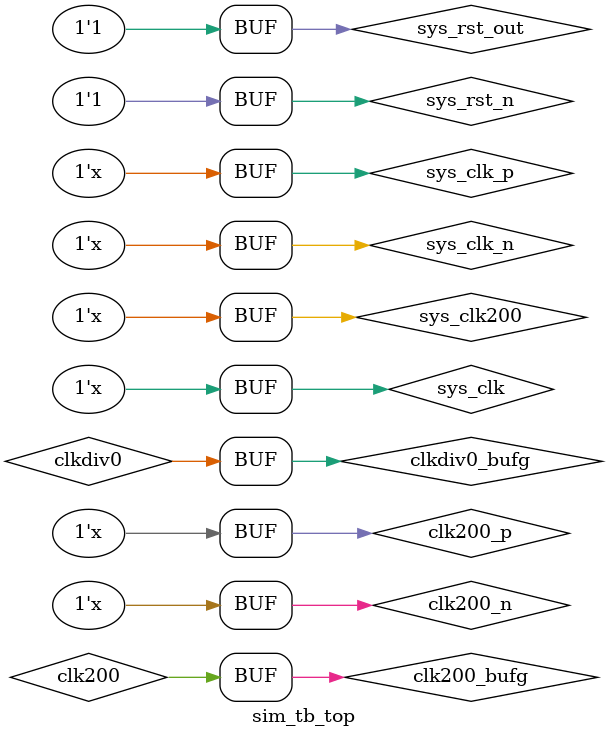
<source format=v>

`timescale 1ns / 1ps

module sim_tb_top;

  // memory controller parameters
   parameter BANK_WIDTH            = 2;      // # of memory bank addr bits
   parameter CKE_WIDTH             = 1;      // # of memory clock enable outputs
   parameter CLK_WIDTH             = 2;      // # of clock outputs
   parameter CLK_TYPE              = "SINGLE_ENDED";       // # of clock type
   parameter COL_WIDTH             = 10;     // # of memory column bits
   parameter CS_NUM                = 1;      // # of separate memory chip selects
   parameter CS_WIDTH              = 1;      // # of total memory chip selects
   parameter CS_BITS               = 0;      // set to log2(CS_NUM) (rounded up)
   parameter DM_WIDTH              = 8;      // # of data mask bits
   parameter DQ_WIDTH              = 64;      // # of data width
   parameter DQ_PER_DQS            = 8;      // # of DQ data bits per strobe
   parameter DQS_WIDTH             = 8;      // # of DQS strobes
   parameter DQ_BITS               = 6;      // set to log2(DQS_WIDTH*DQ_PER_DQS)
   parameter DQS_BITS              = 3;      // set to log2(DQS_WIDTH)
   parameter HIGH_PERFORMANCE_MODE = "TRUE"; // Sets the performance mode for IODELAY elements
   parameter ODT_WIDTH             = 1;      // # of memory on-die term enables
   parameter ROW_WIDTH             = 13;     // # of memory row & # of addr bits
   parameter APPDATA_WIDTH         = 128;     // # of usr read/write data bus bits
   parameter ADDITIVE_LAT          = 0;      // additive write latency
   parameter BURST_LEN             = 4;      // burst length (in double words)
   parameter BURST_TYPE            = 0;      // burst type (=0 seq; =1 interlved)
   parameter CAS_LAT               = 4;      // CAS latency
   parameter ECC_ENABLE            = 0;      // enable ECC (=1 enable)
   parameter MULTI_BANK_EN         = 1;      // enable bank management
   parameter TWO_T_TIME_EN         = 1;      // 2t timing for unbuffered dimms
   parameter ODT_TYPE              = 1;      // ODT (=0(none),=1(75),=2(150),=3(50))
   parameter REDUCE_DRV            = 0;      // reduced strength mem I/O (=1 yes)
   parameter REG_ENABLE            = 0;      // registered addr/ctrl (=1 yes)
   parameter TREFI_NS              = 7800;   // auto refresh interval (ns)
   parameter TRAS                  = 40000;  // active->precharge delay
   parameter TRCD                  = 15000;  // active->read/write delay
   parameter TRFC                  = 105000;  // ref->ref, ref->active delay
   parameter TRP                   = 15000;  // precharge->command delay
   parameter TRTP                  = 7500;   // read->precharge delay
   parameter TWR                   = 15000;  // used to determine wr->prech
   parameter TWTR                  = 7500;   // write->read delay
   parameter SIM_ONLY              = 1;      // = 0 to allow power up delay
   parameter DEBUG_EN              = 0;      // Enable debug signals/controls
   parameter RST_ACT_LOW           = 1;      // =1 for active low reset, =0 for active high
   parameter DLL_FREQ_MODE         = "HIGH"; // DCM Frequency range
   parameter CLK_PERIOD            = 3750;   // Core/Mem clk period (in ps)

   localparam DEVICE_WIDTH    = 16;      // Memory device data width
   localparam real CLK_PERIOD_NS   = CLK_PERIOD / 1000.0;
   localparam real TCYC_200           = 5.0;
   localparam real TPROP_DQS          = 0.01;  // Delay for DQS signal during Write Operation
   localparam real TPROP_DQS_RD       = 0.01;  // Delay for DQS signal during Read Operation
   localparam real TPROP_PCB_CTRL     = 0.01;  // Delay for Address and Ctrl signals
   localparam real TPROP_PCB_DATA     = 0.01;  // Delay for data signal during Write operation
   localparam real TPROP_PCB_DATA_RD  = 0.01;  // Delay for data signal during Read operation

   localparam CLK_PERIOD_INT = CLK_PERIOD/1000;

   // By default this Parameter (CLK_GENERATOR) value is '1'. If this Parameter
   // is set to "PLL", PLL is used to generate the design clocks.
   // If this Parameter is set to "DCM",
   // DCM is used to generate the design clocks.
   localparam CLK_GENERATOR = "PLL";

   reg                           sys_clk;
   wire                          sys_clk_n;
   wire                          sys_clk_p;
   reg                           sys_clk200;
   wire                          clk200_n;
   wire                          clk200_p;
   reg                           sys_rst_n;
   wire                          sys_rst_out;


   wire [DQ_WIDTH-1:0]          ddr2_dq_sdram;
   wire [DQS_WIDTH-1:0]         ddr2_dqs_sdram;
   wire [DQS_WIDTH-1:0]         ddr2_dqs_n_sdram;
   wire [DM_WIDTH-1:0]          ddr2_dm_sdram;
   reg [DM_WIDTH-1:0]           ddr2_dm_sdram_tmp;
   reg [CLK_WIDTH-1:0]          ddr2_clk_sdram;
   reg [CLK_WIDTH-1:0]          ddr2_clk_n_sdram;
   reg [ROW_WIDTH-1:0]          ddr2_address_sdram;
   reg [BANK_WIDTH-1:0]         ddr2_ba_sdram;
   reg                          ddr2_ras_n_sdram;
   reg                          ddr2_cas_n_sdram;
   reg                          ddr2_we_n_sdram;
   reg [CS_WIDTH-1:0]           ddr2_cs_n_sdram;
   reg [CKE_WIDTH-1:0]          ddr2_cke_sdram;
   reg [ODT_WIDTH-1:0]          ddr2_odt_sdram;


   wire [DQ_WIDTH-1:0]          ddr2_dq_fpga;
   wire [DQS_WIDTH-1:0]         ddr2_dqs_fpga;
   wire [DQS_WIDTH-1:0]         ddr2_dqs_n_fpga;
   wire [DM_WIDTH-1:0]          ddr2_dm_fpga;
   wire [CLK_WIDTH-1:0]         ddr2_clk_fpga;
   wire [CLK_WIDTH-1:0]         ddr2_clk_n_fpga;
   wire [ROW_WIDTH-1:0]         ddr2_address_fpga;
   wire [BANK_WIDTH-1:0]        ddr2_ba_fpga;
   wire                         ddr2_ras_n_fpga;
   wire                         ddr2_cas_n_fpga;
   wire                         ddr2_we_n_fpga;
   wire [CS_WIDTH-1:0]          ddr2_cs_n_fpga;
   wire [CKE_WIDTH-1:0]         ddr2_cke_fpga;
   wire [ODT_WIDTH-1:0]         ddr2_odt_fpga;

   wire                          error;
   wire                          phy_init_done;
   

   // Only RDIMM memory parts support the reset signal,
   // hence the ddr2_reset_n signal can be ignored for other memory parts
   wire                          ddr2_reset_n;
   reg [ROW_WIDTH-1:0]           ddr2_address_reg;
   reg [BANK_WIDTH-1:0]          ddr2_ba_reg;
   reg [CKE_WIDTH-1:0]           ddr2_cke_reg;
   reg                           ddr2_ras_n_reg;
   reg                           ddr2_cas_n_reg;
   reg                           ddr2_we_n_reg;
   reg [CS_WIDTH-1:0]            ddr2_cs_n_reg;
   reg [ODT_WIDTH-1:0]           ddr2_odt_reg;
   
   wire                          sys_clk_ibufg;
   wire                          clk200_ibufg;
   wire                          clk0;
   wire                          clk90;
   wire                          clk200;
   wire                          clkdiv0;
   wire                          clk0_bufg;
   wire                          clk0_bufg_in;
   wire                          clk90_bufg;
   wire                          clk90_bufg_in;
   wire                          clk200_bufg;
   wire                          clkdiv0_bufg;
   wire                          clkdiv0_bufg_in;
   wire                          clkfbout_clkfbin;
   wire                          locked;

   //***************************************************************************
   // Clock generation and reset
   //***************************************************************************

   initial
     sys_clk = 1'b0;
   always
     sys_clk = #(CLK_PERIOD_NS/2) ~sys_clk;

   assign                sys_clk_p = sys_clk;
   assign                sys_clk_n = ~sys_clk;

   initial
     sys_clk200 = 1'b0;
   always
     sys_clk200 = #(TCYC_200/2) ~sys_clk200;

   assign                clk200_p = sys_clk200;
   assign                clk200_n = ~sys_clk200;

   initial begin
      sys_rst_n = 1'b0;
      #200;
      sys_rst_n = 1'b1;
   end
   assign sys_rst_out = RST_ACT_LOW ? sys_rst_n : ~sys_rst_n;

   assign clk0    = clk0_bufg;
  assign clk90   = clk90_bufg;
  assign clk200  = clk200_bufg;
  assign clkdiv0  = clkdiv0_bufg;

  //***************************************************************************
  // Differential input clock input buffers
  //***************************************************************************

  IBUFGDS_LVPECL_25 u_ibufg_sys_clk
    (
     .I  (sys_clk_p),
     .IB (sys_clk_n),
     .O  (sys_clk_ibufg)
     );

  IBUFGDS_LVPECL_25 u_ibufg_clk200
    (
     .I  (clk200_p),
     .IB (clk200_n),
     .O  (clk200_ibufg)
     );

  //***************************************************************************
  // Global clock generation and distribution
  //***************************************************************************

  generate
    if (CLK_GENERATOR == "PLL") begin : gen_pll_adv
      PLL_ADV #
        (
         .BANDWIDTH          ("OPTIMIZED"),
         .CLKIN1_PERIOD      (CLK_PERIOD_NS),
         .CLKIN2_PERIOD      (10.000),
         .CLKOUT0_DIVIDE     (CLK_PERIOD_INT),
         .CLKOUT1_DIVIDE     (CLK_PERIOD_INT),
         .CLKOUT2_DIVIDE     (CLK_PERIOD_INT*2),
         .CLKOUT3_DIVIDE     (1),
         .CLKOUT4_DIVIDE     (1),
         .CLKOUT5_DIVIDE     (1),
         .CLKOUT0_PHASE      (0.000),
         .CLKOUT1_PHASE      (90.000),
         .CLKOUT2_PHASE      (0.000),
         .CLKOUT3_PHASE      (0.000),
         .CLKOUT4_PHASE      (0.000),
         .CLKOUT5_PHASE      (0.000),
         .CLKOUT0_DUTY_CYCLE (0.500),
         .CLKOUT1_DUTY_CYCLE (0.500),
         .CLKOUT2_DUTY_CYCLE (0.500),
         .CLKOUT3_DUTY_CYCLE (0.500),
         .CLKOUT4_DUTY_CYCLE (0.500),
         .CLKOUT5_DUTY_CYCLE (0.500),
         .COMPENSATION       ("SYSTEM_SYNCHRONOUS"),
         .DIVCLK_DIVIDE      (1),
         .CLKFBOUT_MULT      (CLK_PERIOD_INT),
         .CLKFBOUT_PHASE     (0.0),
         .REF_JITTER         (0.005000)
         )
        u_pll_adv
          (
           .CLKFBIN     (clkfbout_clkfbin),
           .CLKINSEL    (1'b1),
           .CLKIN1      (sys_clk_ibufg),
           .CLKIN2      (1'b0),
           .DADDR       (5'b0),
           .DCLK        (1'b0),
           .DEN         (1'b0),
           .DI          (16'b0),
           .DWE         (1'b0),
           .REL         (1'b0),
           .RST         (~sys_rst_n),
           .CLKFBDCM    (),
           .CLKFBOUT    (clkfbout_clkfbin),
           .CLKOUTDCM0  (),
           .CLKOUTDCM1  (),
           .CLKOUTDCM2  (),
           .CLKOUTDCM3  (),
           .CLKOUTDCM4  (),
           .CLKOUTDCM5  (),
           .CLKOUT0     (clk0_bufg_in),
           .CLKOUT1     (clk90_bufg_in),
           .CLKOUT2     (clkdiv0_bufg_in),
           .CLKOUT3     (),
           .CLKOUT4     (),
           .CLKOUT5     (),
           .DO          (),
           .DRDY        (),
           .LOCKED      (locked)
           );
    end else if (CLK_GENERATOR == "DCM") begin: gen_dcm_base
      DCM_BASE #
        (
         .CLKIN_PERIOD          (CLK_PERIOD_NS),
         .CLKDV_DIVIDE          (2.0),
         .DLL_FREQUENCY_MODE    (DLL_FREQ_MODE),
         .DUTY_CYCLE_CORRECTION ("TRUE"),
         .FACTORY_JF            (16'hF0F0)
         )
        u_dcm_base
          (
           .CLK0      (clk0_bufg_in),
           .CLK180    (),
           .CLK270    (),
           .CLK2X     (),
           .CLK2X180  (),
           .CLK90     (clk90_bufg_in),
           .CLKDV     (clkdiv0_bufg_in),
           .CLKFX     (),
           .CLKFX180  (),
           .LOCKED    (locked),
           .CLKFB     (clk0_bufg),
           .CLKIN     (sys_clk_ibufg),
           .RST       (~sys_rst_n)
           );
    end
  endgenerate

  BUFG u_bufg_clk0
    (
     .O (clk0_bufg),
     .I (clk0_bufg_in)
     );

  BUFG u_bufg_clk90
    (
     .O (clk90_bufg),
     .I (clk90_bufg_in)
     );

  BUFG u_bufg_clk200
    (
     .O (clk200_bufg),
     .I (clk200_ibufg)
     );

   BUFG u_bufg_clkdiv0
    (
     .O (clkdiv0_bufg),
     .I (clkdiv0_bufg_in)
     );



// =============================================================================
//                             BOARD Parameters
// =============================================================================
// These parameter values can be changed to model varying board delays
// between the Virtex-5 device and the memory model


  always @( * ) begin
    ddr2_clk_sdram        <=  #(TPROP_PCB_CTRL) ddr2_clk_fpga;
    ddr2_clk_n_sdram      <=  #(TPROP_PCB_CTRL) ddr2_clk_n_fpga;
    ddr2_address_sdram    <=  #(TPROP_PCB_CTRL) ddr2_address_fpga;
    ddr2_ba_sdram         <=  #(TPROP_PCB_CTRL) ddr2_ba_fpga;
    ddr2_ras_n_sdram      <=  #(TPROP_PCB_CTRL) ddr2_ras_n_fpga;
    ddr2_cas_n_sdram      <=  #(TPROP_PCB_CTRL) ddr2_cas_n_fpga;
    ddr2_we_n_sdram       <=  #(TPROP_PCB_CTRL) ddr2_we_n_fpga;
    ddr2_cs_n_sdram       <=  #(TPROP_PCB_CTRL) ddr2_cs_n_fpga;
    ddr2_cke_sdram        <=  #(TPROP_PCB_CTRL) ddr2_cke_fpga;
    ddr2_odt_sdram        <=  #(TPROP_PCB_CTRL) ddr2_odt_fpga;
    ddr2_dm_sdram_tmp     <=  #(TPROP_PCB_DATA) ddr2_dm_fpga;//DM signal generation
  end

  assign ddr2_dm_sdram = ddr2_dm_sdram_tmp;


// Controlling the bi-directional BUS
  genvar dqwd;
  generate
    for (dqwd = 0;dqwd < DQ_WIDTH;dqwd = dqwd+1) begin : dq_delay
      WireDelay #
       (
        .Delay_g     (TPROP_PCB_DATA),
        .Delay_rd    (TPROP_PCB_DATA_RD)
       )
      u_delay_dq
       (
        .A           (ddr2_dq_fpga[dqwd]),
        .B           (ddr2_dq_sdram[dqwd]),
        .reset       (sys_rst_n)
       );
    end
  endgenerate

  genvar dqswd;
  generate
    for (dqswd = 0;dqswd < DQS_WIDTH;dqswd = dqswd+1) begin : dqs_delay
      WireDelay #
       (
        .Delay_g     (TPROP_DQS),
        .Delay_rd    (TPROP_DQS_RD)
       )
      u_delay_dqs
       (
        .A           (ddr2_dqs_fpga[dqswd]),
        .B           (ddr2_dqs_sdram[dqswd]),
        .reset       (sys_rst_n)
       );

      WireDelay #
       (
        .Delay_g     (TPROP_DQS),
        .Delay_rd    (TPROP_DQS_RD)
       )
      u_delay_dqs_n
       (
        .A           (ddr2_dqs_n_fpga[dqswd]),
        .B           (ddr2_dqs_n_sdram[dqswd]),
        .reset       (sys_rst_n)
       );
    end
  endgenerate



   //***************************************************************************
   // FPGA memory controller
   //***************************************************************************

   ddr2 #
     (
      .BANK_WIDTH            (BANK_WIDTH),
      .CKE_WIDTH             (CKE_WIDTH),
      .CLK_WIDTH             (CLK_WIDTH),
      .COL_WIDTH             (COL_WIDTH),
      .CS_NUM                (CS_NUM),
      .CS_WIDTH              (CS_WIDTH),
      .CS_BITS               (CS_BITS),
      .DM_WIDTH                     (DM_WIDTH),
      .DQ_WIDTH              (DQ_WIDTH),
      .DQ_PER_DQS            (DQ_PER_DQS),
      .DQ_BITS               (DQ_BITS),
      .DQS_WIDTH             (DQS_WIDTH),
      .DQS_BITS              (DQS_BITS),
      .HIGH_PERFORMANCE_MODE (HIGH_PERFORMANCE_MODE),
      .ODT_WIDTH             (ODT_WIDTH),
      .ROW_WIDTH             (ROW_WIDTH),
      .APPDATA_WIDTH         (APPDATA_WIDTH),
      .ADDITIVE_LAT          (ADDITIVE_LAT),
      .BURST_LEN             (BURST_LEN),
      .BURST_TYPE            (BURST_TYPE),
      .CAS_LAT               (CAS_LAT),
      .ECC_ENABLE            (ECC_ENABLE),
      .MULTI_BANK_EN         (MULTI_BANK_EN),
      .ODT_TYPE              (ODT_TYPE),
      .REDUCE_DRV            (REDUCE_DRV),
      .REG_ENABLE            (REG_ENABLE),
      .TREFI_NS              (TREFI_NS),
      .TRAS                  (TRAS),
      .TRCD                  (TRCD),
      .TRFC                  (TRFC),
      .TRP                   (TRP),
      .TRTP                  (TRTP),
      .TWR                   (TWR),
      .TWTR                  (TWTR),
      .SIM_ONLY              (SIM_ONLY),
      .RST_ACT_LOW           (RST_ACT_LOW),
      .CLK_PERIOD            (CLK_PERIOD)
      )
   u_mem_controller
     (
      .clk0              (clk0),
      .clk90             (clk90),
      .clk200            (clk200),
      .clkdiv0           (clkdiv0),
      .locked            (locked),
      .sys_rst_n         (sys_rst_out),
      .ddr2_ras_n        (ddr2_ras_n_fpga),
      .ddr2_cas_n        (ddr2_cas_n_fpga),
      .ddr2_we_n         (ddr2_we_n_fpga),
      .ddr2_cs_n         (ddr2_cs_n_fpga),
      .ddr2_cke          (ddr2_cke_fpga),
      .ddr2_odt          (ddr2_odt_fpga),
      .ddr2_dm           (ddr2_dm_fpga),
      .ddr2_dq           (ddr2_dq_fpga),
      .ddr2_dqs          (ddr2_dqs_fpga),
      .ddr2_dqs_n        (ddr2_dqs_n_fpga),
      .ddr2_ck           (ddr2_clk_fpga),
      .ddr2_ck_n         (ddr2_clk_n_fpga),
      .ddr2_ba           (ddr2_ba_fpga),
      .ddr2_a            (ddr2_address_fpga),
      .error                (error),
      
      
      .phy_init_done     (phy_init_done)
      );

   // Extra one clock pipelining for RDIMM address and
   // control signals is implemented here (Implemented external to memory model)
   always @( posedge ddr2_clk_sdram[0] ) begin
      if ( ddr2_reset_n == 1'b0 ) begin
         ddr2_ras_n_reg    <= 1'b1;
         ddr2_cas_n_reg    <= 1'b1;
         ddr2_we_n_reg     <= 1'b1;
         ddr2_cs_n_reg     <= {CS_WIDTH{1'b1}};
         ddr2_odt_reg      <= 1'b0;
      end
      else begin
         ddr2_address_reg  <= #(CLK_PERIOD_NS/2) ddr2_address_sdram;
         ddr2_ba_reg       <= #(CLK_PERIOD_NS/2) ddr2_ba_sdram;
         ddr2_ras_n_reg    <= #(CLK_PERIOD_NS/2) ddr2_ras_n_sdram;
         ddr2_cas_n_reg    <= #(CLK_PERIOD_NS/2) ddr2_cas_n_sdram;
         ddr2_we_n_reg     <= #(CLK_PERIOD_NS/2) ddr2_we_n_sdram;
         ddr2_cs_n_reg     <= #(CLK_PERIOD_NS/2) ddr2_cs_n_sdram;
         ddr2_odt_reg      <= #(CLK_PERIOD_NS/2) ddr2_odt_sdram;
      end
   end

   // to avoid tIS violations on CKE when reset is deasserted
   always @( posedge ddr2_clk_n_sdram[0] )
      if ( ddr2_reset_n == 1'b0 )
         ddr2_cke_reg      <= 1'b0;
      else
         ddr2_cke_reg      <= #(CLK_PERIOD_NS) ddr2_cke_sdram;

   //***************************************************************************
   // Memory model instances
   //***************************************************************************
   
   genvar i, j;
   generate
      if (DEVICE_WIDTH == 16) begin
         // if memory part is x16
         if ( REG_ENABLE ) begin
           // if the memory part is Registered DIMM
           for(j = 0; j < CS_NUM; j = j+1) begin : gen_cs
             for(i = 0; i < DQS_WIDTH/2; i = i+1) begin : gen
                ddr2_model u_mem0
                  (
                   .ck        (ddr2_clk_sdram[CLK_WIDTH*i/DQS_WIDTH]),
                   .ck_n      (ddr2_clk_n_sdram[CLK_WIDTH*i/DQS_WIDTH]),
                   .cke       (ddr2_cke_reg[j]),
                   .cs_n      (ddr2_cs_n_reg[CS_WIDTH*i/DQS_WIDTH]),
                   .ras_n     (ddr2_ras_n_reg),
                   .cas_n     (ddr2_cas_n_reg),
                   .we_n      (ddr2_we_n_reg),
                   .dm_rdqs   (ddr2_dm_sdram[(2*(i+1))-1 : i*2]),
                   .ba        (ddr2_ba_reg),
                   .addr      (ddr2_address_reg),
                   .dq        (ddr2_dq_sdram[(16*(i+1))-1 : i*16]),
                   .dqs       (ddr2_dqs_sdram[(2*(i+1))-1 : i*2]),
                   .dqs_n     (ddr2_dqs_n_sdram[(2*(i+1))-1 : i*2]),
                   .rdqs_n    (),
                   .odt       (ddr2_odt_reg[ODT_WIDTH*i/DQS_WIDTH])
                   );
             end
           end
         end
         else begin
             // if the memory part is component or unbuffered DIMM
            if ( DQ_WIDTH%16 ) begin
              // for the memory part x16, if the data width is not multiple
              // of 16, memory models are instantiated for all data with x16
              // memory model and except for MSB data. For the MSB data
              // of 8 bits, all memory data, strobe and mask data signals are
              // replicated to make it as x16 part. For example if the design
              // is generated for data width of 72, memory model x16 parts
              // instantiated for 4 times with data ranging from 0 to 63.
              // For MSB data ranging from 64 to 71, one x16 memory model
              // by replicating the 8-bit data twice and similarly
              // the case with data mask and strobe.
              for(j = 0; j < CS_NUM; j = j+1) begin : gen_cs
                for(i = 0; i < DQ_WIDTH/16 ; i = i+1) begin : gen
                   ddr2_model u_mem0
                     (
                      .ck        (ddr2_clk_sdram[CLK_WIDTH*i/DQS_WIDTH]),
                     .ck_n      (ddr2_clk_n_sdram[CLK_WIDTH*i/DQS_WIDTH]),
                      .cke       (ddr2_cke_sdram[j]),
                      .cs_n      (ddr2_cs_n_sdram[CS_WIDTH*i/DQS_WIDTH]),
                      .ras_n     (ddr2_ras_n_sdram),
                      .cas_n     (ddr2_cas_n_sdram),
                      .we_n      (ddr2_we_n_sdram),
                      .dm_rdqs   (ddr2_dm_sdram[(2*(i+1))-1 : i*2]),
                      .ba        (ddr2_ba_sdram),
                      .addr      (ddr2_address_sdram),
                      .dq        (ddr2_dq_sdram[(16*(i+1))-1 : i*16]),
                      .dqs       (ddr2_dqs_sdram[(2*(i+1))-1 : i*2]),
                      .dqs_n     (ddr2_dqs_n_sdram[(2*(i+1))-1 : i*2]),
                      .rdqs_n    (),
                      .odt       (ddr2_odt_sdram[ODT_WIDTH*i/DQS_WIDTH])
                      );
                end
                   ddr2_model u_mem1
                     (
                      .ck        (ddr2_clk_sdram[CLK_WIDTH-1]),
                      .ck_n      (ddr2_clk_n_sdram[CLK_WIDTH-1]),
                      .cke       (ddr2_cke_sdram[j]),
                      .cs_n      (ddr2_cs_n_sdram[CS_WIDTH-1]),
                      .ras_n     (ddr2_ras_n_sdram),
                      .cas_n     (ddr2_cas_n_sdram),
                      .we_n      (ddr2_we_n_sdram),
                      .dm_rdqs   ({ddr2_dm_sdram[DM_WIDTH - 1],
                                   ddr2_dm_sdram[DM_WIDTH - 1]}),
                      .ba        (ddr2_ba_sdram),
                      .addr      (ddr2_address_sdram),
                      .dq        ({ddr2_dq_sdram[DQ_WIDTH - 1 : DQ_WIDTH - 8],
                                   ddr2_dq_sdram[DQ_WIDTH - 1 : DQ_WIDTH - 8]}),
                      .dqs       ({ddr2_dqs_sdram[DQS_WIDTH - 1],
                                   ddr2_dqs_sdram[DQS_WIDTH - 1]}),
                      .dqs_n     ({ddr2_dqs_n_sdram[DQS_WIDTH - 1],
                                   ddr2_dqs_n_sdram[DQS_WIDTH - 1]}),
                      .rdqs_n    (),
                      .odt       (ddr2_odt_sdram[ODT_WIDTH-1])
                      );
              end
            end
            else begin
              // if the data width is multiple of 16
              for(j = 0; j < CS_NUM; j = j+1) begin : gen_cs
                for(i = 0; i < DQS_WIDTH/2; i = i+1) begin : gen
                   ddr2_model u_mem0
                     (
                      .ck        (ddr2_clk_sdram[CLK_WIDTH*i/DQS_WIDTH]),
                     .ck_n      (ddr2_clk_n_sdram[CLK_WIDTH*i/DQS_WIDTH]),
                      .cke       (ddr2_cke_sdram[j]),
                      .cs_n      (ddr2_cs_n_sdram[CS_WIDTH*i/DQS_WIDTH]),
                      .ras_n     (ddr2_ras_n_sdram),
                      .cas_n     (ddr2_cas_n_sdram),
                      .we_n      (ddr2_we_n_sdram),
                      .dm_rdqs   (ddr2_dm_sdram[(2*(i+1))-1 : i*2]),
                      .ba        (ddr2_ba_sdram),
                      .addr      (ddr2_address_sdram),
                      .dq        (ddr2_dq_sdram[(16*(i+1))-1 : i*16]),
                      .dqs       (ddr2_dqs_sdram[(2*(i+1))-1 : i*2]),
                      .dqs_n     (ddr2_dqs_n_sdram[(2*(i+1))-1 : i*2]),
                      .rdqs_n    (),
                      .odt       (ddr2_odt_sdram[ODT_WIDTH*i/DQS_WIDTH])
                      );
                end
              end
            end
         end

      end else
        if (DEVICE_WIDTH == 8) begin
           // if the memory part is x8
           if ( REG_ENABLE ) begin
             // if the memory part is Registered DIMM
             for(j = 0; j < CS_NUM; j = j+1) begin : gen_cs
               for(i = 0; i < DQ_WIDTH/DQ_PER_DQS; i = i+1) begin : gen
                  ddr2_model u_mem0
                    (
                     .ck        (ddr2_clk_sdram[CLK_WIDTH*i/DQS_WIDTH]),
                     .ck_n      (ddr2_clk_n_sdram[CLK_WIDTH*i/DQS_WIDTH]),
                     .cke       (ddr2_cke_reg[j]),
                     .cs_n      (ddr2_cs_n_reg[CS_WIDTH*i/DQS_WIDTH]),
                     .ras_n     (ddr2_ras_n_reg),
                     .cas_n     (ddr2_cas_n_reg),
                     .we_n      (ddr2_we_n_reg),
                     .dm_rdqs   (ddr2_dm_sdram[i]),
                     .ba        (ddr2_ba_reg),
                     .addr      (ddr2_address_reg),
                     .dq        (ddr2_dq_sdram[(8*(i+1))-1 : i*8]),
                     .dqs       (ddr2_dqs_sdram[i]),
                     .dqs_n     (ddr2_dqs_n_sdram[i]),
                     .rdqs_n    (),
                     .odt       (ddr2_odt_reg[ODT_WIDTH*i/DQS_WIDTH])
                     );
               end
             end
           end
           else begin
             // if the memory part is component or unbuffered DIMM
             for(j = 0; j < CS_NUM; j = j+1) begin : gen_cs
               for(i = 0; i < DQS_WIDTH; i = i+1) begin : gen
                  ddr2_model u_mem0
                    (
                     .ck        (ddr2_clk_sdram[CLK_WIDTH*i/DQS_WIDTH]),
                    .ck_n      (ddr2_clk_n_sdram[CLK_WIDTH*i/DQS_WIDTH]),
                     .cke       (ddr2_cke_sdram[j]),
                     .cs_n      (ddr2_cs_n_sdram[CS_WIDTH*i/DQS_WIDTH]),
                     .ras_n     (ddr2_ras_n_sdram),
                     .cas_n     (ddr2_cas_n_sdram),
                     .we_n      (ddr2_we_n_sdram),
                     .dm_rdqs   (ddr2_dm_sdram[i]),
                     .ba        (ddr2_ba_sdram),
                     .addr      (ddr2_address_sdram),
                     .dq        (ddr2_dq_sdram[(8*(i+1))-1 : i*8]),
                     .dqs       (ddr2_dqs_sdram[i]),
                     .dqs_n     (ddr2_dqs_n_sdram[i]),
                     .rdqs_n    (),
                     .odt       (ddr2_odt_sdram[ODT_WIDTH*i/DQS_WIDTH])
                     );
               end
             end
           end

        end else
          if (DEVICE_WIDTH == 4) begin
             // if the memory part is x4
             if ( REG_ENABLE ) begin
               // if the memory part is Registered DIMM
               for(j = 0; j < CS_NUM; j = j+1) begin : gen_cs
                  for(i = 0; i < DQS_WIDTH; i = i+1) begin : gen
                     ddr2_model u_mem0
                       (
                        .ck        (ddr2_clk_sdram[CLK_WIDTH*i/DQS_WIDTH]),
                        .ck_n      (ddr2_clk_n_sdram[CLK_WIDTH*i/DQS_WIDTH]),
                        .cke       (ddr2_cke_reg[j]),
                        .cs_n      (ddr2_cs_n_reg[CS_WIDTH*i/DQS_WIDTH]),
                        .ras_n     (ddr2_ras_n_reg),
                        .cas_n     (ddr2_cas_n_reg),
                        .we_n      (ddr2_we_n_reg),
                        .dm_rdqs   (ddr2_dm_sdram[i]),
                        .ba        (ddr2_ba_reg),
                        .addr      (ddr2_address_reg),
                        .dq        (ddr2_dq_sdram[(4*(i+1))-1 : i*4]),
                        .dqs       (ddr2_dqs_sdram[i]),
                        .dqs_n     (ddr2_dqs_n_sdram[i]),
                        .rdqs_n    (),
                        .odt       (ddr2_odt_reg[ODT_WIDTH*i/DQS_WIDTH])
                        );
                  end
               end
             end
             else begin
               // if the memory part is component or unbuffered DIMM
               for(j = 0; j < CS_NUM; j = j+1) begin : gen_cs
                 for(i = 0; i < DQS_WIDTH; i = i+1) begin : gen
                    ddr2_model u_mem0
                      (
                       .ck        (ddr2_clk_sdram[CLK_WIDTH*i/DQS_WIDTH]),
                      .ck_n      (ddr2_clk_n_sdram[CLK_WIDTH*i/DQS_WIDTH]),
                       .cke       (ddr2_cke_sdram[j]),
                       .cs_n      (ddr2_cs_n_sdram[CS_WIDTH*i/DQS_WIDTH]),
                       .ras_n     (ddr2_ras_n_sdram),
                       .cas_n     (ddr2_cas_n_sdram),
                       .we_n      (ddr2_we_n_sdram),
                       .dm_rdqs   (ddr2_dm_sdram[i]),
                       .ba        (ddr2_ba_sdram),
                       .addr      (ddr2_address_sdram),
                       .dq        (ddr2_dq_sdram[(4*(i+1))-1 : i*4]),
                       .dqs       (ddr2_dqs_sdram[i]),
                       .dqs_n     (ddr2_dqs_n_sdram[i]),
                       .rdqs_n    (),
                       .odt       (ddr2_odt_sdram[ODT_WIDTH*i/DQS_WIDTH])
                       );
                 end
               end
             end
          end
   endgenerate
   

endmodule

</source>
